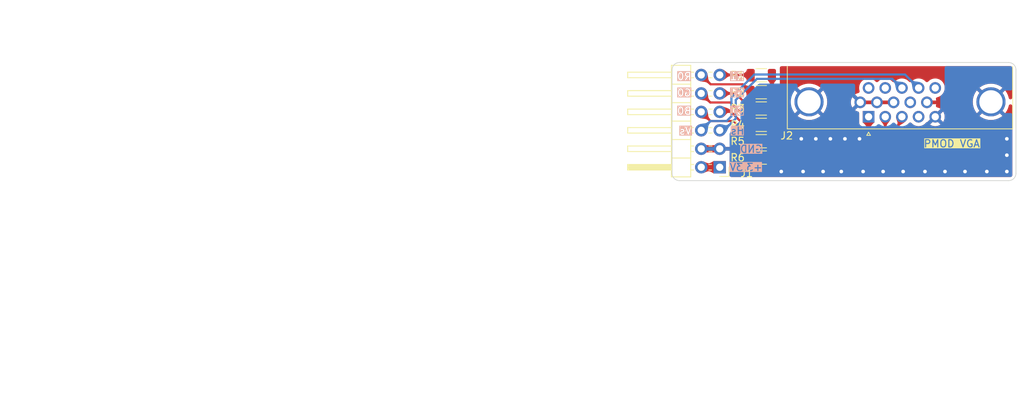
<source format=kicad_pcb>
(kicad_pcb (version 20221018) (generator pcbnew)
  (layers (0 "F.Cu" signal) (31 "B.Cu" signal) (34 "B.Paste" user) (35 "F.Paste" user) (36 "B.SilkS" user "B.Silkscreen") (37 "F.SilkS" user "F.Silkscreen") (38 "B.Mask" user) (39 "F.Mask" user) (44 "Edge.Cuts" user))
  (net 0 "")
  (net 1 "+3.3V")
  (net 2 "GND")
  (net 3 "Hsync")
  (net 4 "Vsync")
  (net 5 "BLUE_1")
  (net 6 "BLUE_0")
  (net 7 "GREEN_1")
  (net 8 "GREEN_0")
  (net 9 "RED_1")
  (net 10 "RED_0")
  (net 11 "Net-(J2-Pad1)")
  (net 12 "Net-(J2-Pad2)")
  (net 13 "Net-(J2-Pad3)")
  (footprint "Resistor_SMD:R_1206_3216Metric" (layer "F.Cu") (at 159.5 79.33)
    (fp_text reference "R5" (at -3.25 0) (layer "F.SilkS"))
    (fp_text value "400")
    (fp_line (start -0.727064 -0.91) (end 0.727064 -0.91) (stroke (width 0.12)) (layer "F.SilkS"))
    (fp_line (start -0.727064 0.91) (end 0.727064 0.91) (stroke (width 0.12)) (layer "F.SilkS"))
    (pad "1" smd roundrect (at -1.4625 0) (size 1.125 1.75) (layers "F.Cu" "F.Paste" "F.Mask") (roundrect_rratio 0.2222222222) (net 5 "BLUE_1"))
    (pad "2" smd roundrect (at 1.4625 0) (size 1.125 1.75) (layers "F.Cu" "F.Paste" "F.Mask") (roundrect_rratio 0.2222222222) (net 13 "Net-(J2-Pad3)"))
  )
  (footprint "Resistor_SMD:R_1206_3216Metric" (layer "F.Cu") (at 159.5 74.83)
    (fp_text reference "R3" (at -3.25 0) (layer "F.SilkS"))
    (fp_text value "400")
    (fp_line (start -0.727064 -0.91) (end 0.727064 -0.91) (stroke (width 0.12)) (layer "F.SilkS"))
    (fp_line (start -0.727064 0.91) (end 0.727064 0.91) (stroke (width 0.12)) (layer "F.SilkS"))
    (pad "1" smd roundrect (at -1.4625 0) (size 1.125 1.75) (layers "F.Cu" "F.Paste" "F.Mask") (roundrect_rratio 0.2222222222) (net 7 "GREEN_1"))
    (pad "2" smd roundrect (at 1.4625 0) (size 1.125 1.75) (layers "F.Cu" "F.Paste" "F.Mask") (roundrect_rratio 0.2222222222) (net 12 "Net-(J2-Pad2)"))
  )
  (footprint "Resistor_SMD:R_1206_3216Metric" (layer "F.Cu") (at 159.5 72.58)
    (fp_text reference "R2" (at -3.25 0) (layer "F.SilkS"))
    (fp_text value "400")
    (fp_line (start -0.727064 -0.91) (end 0.727064 -0.91) (stroke (width 0.12)) (layer "F.SilkS"))
    (fp_line (start -0.727064 0.91) (end 0.727064 0.91) (stroke (width 0.12)) (layer "F.SilkS"))
    (pad "1" smd roundrect (at -1.4625 0) (size 1.125 1.75) (layers "F.Cu" "F.Paste" "F.Mask") (roundrect_rratio 0.2222222222) (net 10 "RED_0"))
    (pad "2" smd roundrect (at 1.4625 0) (size 1.125 1.75) (layers "F.Cu" "F.Paste" "F.Mask") (roundrect_rratio 0.2222222222) (net 11 "Net-(J2-Pad1)"))
  )
  (footprint "Resistor_SMD:R_1206_3216Metric" (layer "F.Cu") (at 159.5 77.08)
    (fp_text reference "R4" (at -3.25 0) (layer "F.SilkS"))
    (fp_text value "400")
    (fp_line (start -0.727064 -0.91) (end 0.727064 -0.91) (stroke (width 0.12)) (layer "F.SilkS"))
    (fp_line (start -0.727064 0.91) (end 0.727064 0.91) (stroke (width 0.12)) (layer "F.SilkS"))
    (pad "1" smd roundrect (at -1.4625 0) (size 1.125 1.75) (layers "F.Cu" "F.Paste" "F.Mask") (roundrect_rratio 0.2222222222) (net 8 "GREEN_0"))
    (pad "2" smd roundrect (at 1.4625 0) (size 1.125 1.75) (layers "F.Cu" "F.Paste" "F.Mask") (roundrect_rratio 0.2222222222) (net 12 "Net-(J2-Pad2)"))
  )
  (footprint "Connector_Dsub:DSUB-15-HD_Female_Horizontal_P2.29x1.98mm_EdgePinOffset3.03mm_Housed_MountingHolesOffset4.94mm" (layer "F.Cu") (at 174.25 75.96 180)
    (fp_text reference "J2" (at 11.25 -2.61) (layer "F.SilkS"))
    (fp_text value "DE15_Receptacle_HighDensity_MountingHoles")
    (fp_line (start -19.8 -1.67) (end 11.17 -1.67) (stroke (width 0.12)) (layer "F.SilkS"))
    (fp_line (start -19.8 6.93) (end -19.8 -1.67) (stroke (width 0.12)) (layer "F.SilkS"))
    (fp_line (start -0.25 -2.564338) (end 0.25 -2.564338) (stroke (width 0.12)) (layer "F.SilkS"))
    (fp_line (start 0 -2.131325) (end -0.25 -2.564338) (stroke (width 0.12)) (layer "F.SilkS"))
    (fp_line (start 0.25 -2.564338) (end 0 -2.131325) (stroke (width 0.12)) (layer "F.SilkS"))
    (fp_line (start 11.17 -1.67) (end 11.17 6.93) (stroke (width 0.12)) (layer "F.SilkS"))
    (pad "0" thru_hole circle (at -16.815 2.05 180) (size 4 4) (drill 3.2) (layers "*.Cu" "*.Mask") (net 2 "GND"))
    (pad "0" thru_hole circle (at 8.185 2.05 180) (size 4 4) (drill 3.2) (layers "*.Cu" "*.Mask") (net 2 "GND"))
    (pad "1" thru_hole rect (at 0 0 180) (size 1.6 1.6) (drill 1) (layers "*.Cu" "*.Mask") (net 11 "Net-(J2-Pad1)"))
    (pad "2" thru_hole circle (at -2.29 0 180) (size 1.6 1.6) (drill 1) (layers "*.Cu" "*.Mask") (net 12 "Net-(J2-Pad2)"))
    (pad "3" thru_hole circle (at -4.58 0 180) (size 1.6 1.6) (drill 1) (layers "*.Cu" "*.Mask") (net 13 "Net-(J2-Pad3)"))
    (pad "4" thru_hole circle (at -6.87 0 180) (size 1.6 1.6) (drill 1) (layers "*.Cu" "*.Mask"))
    (pad "5" thru_hole circle (at -9.16 0 180) (size 1.6 1.6) (drill 1) (layers "*.Cu" "*.Mask") (net 2 "GND"))
    (pad "6" thru_hole circle (at 1.145 1.98 180) (size 1.6 1.6) (drill 1) (layers "*.Cu" "*.Mask") (net 2 "GND"))
    (pad "7" thru_hole circle (at -1.145 1.98 180) (size 1.6 1.6) (drill 1) (layers "*.Cu" "*.Mask") (net 2 "GND"))
    (pad "8" thru_hole circle (at -3.435 1.98 180) (size 1.6 1.6) (drill 1) (layers "*.Cu" "*.Mask") (net 2 "GND"))
    (pad "9" thru_hole circle (at -5.725 1.98 180) (size 1.6 1.6) (drill 1) (layers "*.Cu" "*.Mask"))
    (pad "10" thru_hole circle (at -8.015 1.98 180) (size 1.6 1.6) (drill 1) (layers "*.Cu" "*.Mask") (net 2 "GND"))
    (pad "11" thru_hole circle (at 0 3.96 180) (size 1.6 1.6) (drill 1) (layers "*.Cu" "*.Mask"))
    (pad "12" thru_hole circle (at -2.29 3.96 180) (size 1.6 1.6) (drill 1) (layers "*.Cu" "*.Mask"))
    (pad "13" thru_hole circle (at -4.58 3.96 180) (size 1.6 1.6) (drill 1) (layers "*.Cu" "*.Mask") (net 3 "Hsync"))
    (pad "14" thru_hole circle (at -6.87 3.96 180) (size 1.6 1.6) (drill 1) (layers "*.Cu" "*.Mask") (net 4 "Vsync"))
    (pad "15" thru_hole circle (at -9.16 3.96 180) (size 1.6 1.6) (drill 1) (layers "*.Cu" "*.Mask"))
  )
  (footprint "Resistor_SMD:R_1206_3216Metric" (layer "F.Cu") (at 159.5 70.25)
    (fp_text reference "R1" (at -3.25 0) (layer "F.SilkS"))
    (fp_text value "400")
    (fp_line (start -0.727064 -0.91) (end 0.727064 -0.91) (stroke (width 0.12)) (layer "F.SilkS"))
    (fp_line (start -0.727064 0.91) (end 0.727064 0.91) (stroke (width 0.12)) (layer "F.SilkS"))
    (pad "1" smd roundrect (at -1.4625 0) (size 1.125 1.75) (layers "F.Cu" "F.Paste" "F.Mask") (roundrect_rratio 0.2222222222) (net 9 "RED_1"))
    (pad "2" smd roundrect (at 1.4625 0) (size 1.125 1.75) (layers "F.Cu" "F.Paste" "F.Mask") (roundrect_rratio 0.2222222222) (net 11 "Net-(J2-Pad1)"))
  )
  (footprint "Connector_PinHeader_2.54mm:PinHeader_2x06_P2.54mm_Horizontal" (layer "F.Cu") (at 153.79 82.91 180)
    (fp_text reference "J1" (at -3.71 -0.84) (layer "F.SilkS"))
    (fp_text value "Conn_02x06_Odd_Even")
    (fp_line (start -1.27 -1.27) (end 0 -1.27) (stroke (width 0.12)) (layer "F.SilkS"))
    (fp_line (start -1.27 0) (end -1.27 -1.27) (stroke (width 0.12)) (layer "F.SilkS"))
    (fp_line (start 1.042929 2.16) (end 1.497071 2.16) (stroke (width 0.12)) (layer "F.SilkS"))
    (fp_line (start 1.042929 2.92) (end 1.497071 2.92) (stroke (width 0.12)) (layer "F.SilkS"))
    (fp_line (start 1.042929 4.7) (end 1.497071 4.7) (stroke (width 0.12)) (layer "F.SilkS"))
    (fp_line (start 1.042929 5.46) (end 1.497071 5.46) (stroke (width 0.12)) (layer "F.SilkS"))
    (fp_line (start 1.042929 7.24) (end 1.497071 7.24) (stroke (width 0.12)) (layer "F.SilkS"))
    (fp_line (start 1.042929 8) (end 1.497071 8) (stroke (width 0.12)) (layer "F.SilkS"))
    (fp_line (start 1.042929 9.78) (end 1.497071 9.78) (stroke (width 0.12)) (layer "F.SilkS"))
    (fp_line (start 1.042929 10.54) (end 1.497071 10.54) (stroke (width 0.12)) (layer "F.SilkS"))
    (fp_line (start 1.042929 12.32) (end 1.497071 12.32) (stroke (width 0.12)) (layer "F.SilkS"))
    (fp_line (start 1.042929 13.08) (end 1.497071 13.08) (stroke (width 0.12)) (layer "F.SilkS"))
    (fp_line (start 1.11 -0.38) (end 1.497071 -0.38) (stroke (width 0.12)) (layer "F.SilkS"))
    (fp_line (start 1.11 0.38) (end 1.497071 0.38) (stroke (width 0.12)) (layer "F.SilkS"))
    (fp_line (start 3.582929 -0.38) (end 3.98 -0.38) (stroke (width 0.12)) (layer "F.SilkS"))
    (fp_line (start 3.582929 0.38) (end 3.98 0.38) (stroke (width 0.12)) (layer "F.SilkS"))
    (fp_line (start 3.582929 2.16) (end 3.98 2.16) (stroke (width 0.12)) (layer "F.SilkS"))
    (fp_line (start 3.582929 2.92) (end 3.98 2.92) (stroke (width 0.12)) (layer "F.SilkS"))
    (fp_line (start 3.582929 4.7) (end 3.98 4.7) (stroke (width 0.12)) (layer "F.SilkS"))
    (fp_line (start 3.582929 5.46) (end 3.98 5.46) (stroke (width 0.12)) (layer "F.SilkS"))
    (fp_line (start 3.582929 7.24) (end 3.98 7.24) (stroke (width 0.12)) (layer "F.SilkS"))
    (fp_line (start 3.582929 8) (end 3.98 8) (stroke (width 0.12)) (layer "F.SilkS"))
    (fp_line (start 3.582929 9.78) (end 3.98 9.78) (stroke (width 0.12)) (layer "F.SilkS"))
    (fp_line (start 3.582929 10.54) (end 3.98 10.54) (stroke (width 0.12)) (layer "F.SilkS"))
    (fp_line (start 3.582929 12.32) (end 3.98 12.32) (stroke (width 0.12)) (layer "F.SilkS"))
    (fp_line (start 3.582929 13.08) (end 3.98 13.08) (stroke (width 0.12)) (layer "F.SilkS"))
    (fp_line (start 3.98 -1.33) (end 3.98 14.03) (stroke (width 0.12)) (layer "F.SilkS"))
    (fp_line (start 3.98 1.27) (end 6.64 1.27) (stroke (width 0.12)) (layer "F.SilkS"))
    (fp_line (start 3.98 3.81) (end 6.64 3.81) (stroke (width 0.12)) (layer "F.SilkS"))
    (fp_line (start 3.98 6.35) (end 6.64 6.35) (stroke (width 0.12)) (layer "F.SilkS"))
    (fp_line (start 3.98 8.89) (end 6.64 8.89) (stroke (width 0.12)) (layer "F.SilkS"))
    (fp_line (start 3.98 11.43) (end 6.64 11.43) (stroke (width 0.12)) (layer "F.SilkS"))
    (fp_line (start 3.98 14.03) (end 6.64 14.03) (stroke (width 0.12)) (layer "F.SilkS"))
    (fp_line (start 6.64 -1.33) (end 3.98 -1.33) (stroke (width 0.12)) (layer "F.SilkS"))
    (fp_line (start 6.64 -0.38) (end 12.64 -0.38) (stroke (width 0.12)) (layer "F.SilkS"))
    (fp_line (start 6.64 -0.32) (end 12.64 -0.32) (stroke (width 0.12)) (layer "F.SilkS"))
    (fp_line (start 6.64 -0.2) (end 12.64 -0.2) (stroke (width 0.12)) (layer "F.SilkS"))
    (fp_line (start 6.64 -0.08) (end 12.64 -0.08) (stroke (width 0.12)) (layer "F.SilkS"))
    (fp_line (start 6.64 0.04) (end 12.64 0.04) (stroke (width 0.12)) (layer "F.SilkS"))
    (fp_line (start 6.64 0.16) (end 12.64 0.16) (stroke (width 0.12)) (layer "F.SilkS"))
    (fp_line (start 6.64 0.28) (end 12.64 0.28) (stroke (width 0.12)) (layer "F.SilkS"))
    (fp_line (start 6.64 2.16) (end 12.64 2.16) (stroke (width 0.12)) (layer "F.SilkS"))
    (fp_line (start 6.64 4.7) (end 12.64 4.7) (stroke (width 0.12)) (layer "F.SilkS"))
    (fp_line (start 6.64 7.24) (end 12.64 7.24) (stroke (width 0.12)) (layer "F.SilkS"))
    (fp_line (start 6.64 9.78) (end 12.64 9.78) (stroke (width 0.12)) (layer "F.SilkS"))
    (fp_line (start 6.64 12.32) (end 12.64 12.32) (stroke (width 0.12)) (layer "F.SilkS"))
    (fp_line (start 6.64 14.03) (end 6.64 -1.33) (stroke (width 0.12)) (layer "F.SilkS"))
    (fp_line (start 12.64 -0.38) (end 12.64 0.38) (stroke (width 0.12)) (layer "F.SilkS"))
    (fp_line (start 12.64 0.38) (end 6.64 0.38) (stroke (width 0.12)) (layer "F.SilkS"))
    (fp_line (start 12.64 2.16) (end 12.64 2.92) (stroke (width 0.12)) (layer "F.SilkS"))
    (fp_line (start 12.64 2.92) (end 6.64 2.92) (stroke (width 0.12)) (layer "F.SilkS"))
    (fp_line (start 12.64 4.7) (end 12.64 5.46) (stroke (width 0.12)) (layer "F.SilkS"))
    (fp_line (start 12.64 5.46) (end 6.64 5.46) (stroke (width 0.12)) (layer "F.SilkS"))
    (fp_line (start 12.64 7.24) (end 12.64 8) (stroke (width 0.12)) (layer "F.SilkS"))
    (fp_line (start 12.64 8) (end 6.64 8) (stroke (width 0.12)) (layer "F.SilkS"))
    (fp_line (start 12.64 9.78) (end 12.64 10.54) (stroke (width 0.12)) (layer "F.SilkS"))
    (fp_line (start 12.64 10.54) (end 6.64 10.54) (stroke (width 0.12)) (layer "F.SilkS"))
    (fp_line (start 12.64 12.32) (end 12.64 13.08) (stroke (width 0.12)) (layer "F.SilkS"))
    (fp_line (start 12.64 13.08) (end 6.64 13.08) (stroke (width 0.12)) (layer "F.SilkS"))
    (pad "1" thru_hole rect (at 0 0 180) (size 1.7 1.7) (drill 1) (layers "*.Cu" "*.Mask") (net 1 "+3.3V"))
    (pad "2" thru_hole oval (at 2.54 0 180) (size 1.7 1.7) (drill 1) (layers "*.Cu" "*.Mask") (net 1 "+3.3V"))
    (pad "3" thru_hole oval (at 0 2.54 180) (size 1.7 1.7) (drill 1) (layers "*.Cu" "*.Mask") (net 2 "GND"))
    (pad "4" thru_hole oval (at 2.54 2.54 180) (size 1.7 1.7) (drill 1) (layers "*.Cu" "*.Mask") (net 2 "GND"))
    (pad "5" thru_hole oval (at 0 5.08 180) (size 1.7 1.7) (drill 1) (layers "*.Cu" "*.Mask") (net 3 "Hsync"))
    (pad "6" thru_hole oval (at 2.54 5.08 180) (size 1.7 1.7) (drill 1) (layers "*.Cu" "*.Mask") (net 4 "Vsync"))
    (pad "7" thru_hole oval (at 0 7.62 180) (size 1.7 1.7) (drill 1) (layers "*.Cu" "*.Mask") (net 5 "BLUE_1"))
    (pad "8" thru_hole oval (at 2.54 7.62 180) (size 1.7 1.7) (drill 1) (layers "*.Cu" "*.Mask") (net 6 "BLUE_0"))
    (pad "9" thru_hole oval (at 0 10.16 180) (size 1.7 1.7) (drill 1) (layers "*.Cu" "*.Mask") (net 7 "GREEN_1"))
    (pad "10" thru_hole oval (at 2.54 10.16 180) (size 1.7 1.7) (drill 1) (layers "*.Cu" "*.Mask") (net 8 "GREEN_0"))
    (pad "11" thru_hole oval (at 0 12.7 180) (size 1.7 1.7) (drill 1) (layers "*.Cu" "*.Mask") (net 9 "RED_1"))
    (pad "12" thru_hole oval (at 2.54 12.7 180) (size 1.7 1.7) (drill 1) (layers "*.Cu" "*.Mask") (net 10 "RED_0"))
  )
  (footprint "Resistor_SMD:R_1206_3216Metric" (layer "F.Cu") (at 159.5 81.58)
    (fp_text reference "R6" (at -3.25 0) (layer "F.SilkS"))
    (fp_text value "400")
    (fp_line (start -0.727064 -0.91) (end 0.727064 -0.91) (stroke (width 0.12)) (layer "F.SilkS"))
    (fp_line (start -0.727064 0.91) (end 0.727064 0.91) (stroke (width 0.12)) (layer "F.SilkS"))
    (pad "1" smd roundrect (at -1.4625 0) (size 1.125 1.75) (layers "F.Cu" "F.Paste" "F.Mask") (roundrect_rratio 0.2222222222) (net 6 "BLUE_0"))
    (pad "2" smd roundrect (at 1.4625 0) (size 1.125 1.75) (layers "F.Cu" "F.Paste" "F.Mask") (roundrect_rratio 0.2222222222) (net 13 "Net-(J2-Pad3)"))
  )
  (gr_arc (start 193.5 68.5) (mid 194.207107 68.792893) (end 194.5 69.5) (stroke (width 0.1)) (layer "Edge.Cuts"))
  (gr_arc (start 194.5 83.75) (mid 194.207107 84.457107) (end 193.5 84.75) (stroke (width 0.1)) (layer "Edge.Cuts"))
  (gr_arc (start 148.25 84.75) (mid 147.542893 84.457107) (end 147.25 83.75) (stroke (width 0.1)) (layer "Edge.Cuts"))
  (gr_line (start 194.5 69.5) (end 194.5 83.75) (stroke (width 0.1)) (layer "Edge.Cuts"))
  (gr_arc (start 147.25 69.5) (mid 147.542893 68.792893) (end 148.25 68.5) (stroke (width 0.1)) (layer "Edge.Cuts"))
  (gr_line (start 148.25 68.5) (end 193.5 68.5) (stroke (width 0.1)) (layer "Edge.Cuts"))
  (gr_line (start 147.25 83.75) (end 147.25 69.5) (stroke (width 0.1)) (layer "Edge.Cuts"))
  (gr_line (start 193.5 84.75) (end 148.25 84.75) (stroke (width 0.1)) (layer "Edge.Cuts"))
  (gr_text "R0" (at 150 71) (layer "B.SilkS" knockout) (effects (font (size 1 1)) (justify left bottom mirror)))
  (gr_text "B1" (at 157.25 75.75) (layer "B.SilkS" knockout) (effects (font (size 1 1)) (justify left bottom mirror)))
  (gr_text "B0" (at 150 75.75) (layer "B.SilkS" knockout) (effects (font (size 1 1)) (justify left bottom mirror)))
  (gr_text "G1" (at 157.25 73.25) (layer "B.SilkS" knockout) (effects (font (size 1 1)) (justify left bottom mirror)))
  (gr_text "G0" (at 150 73.25) (layer "B.SilkS" knockout) (effects (font (size 1 1)) (justify left bottom mirror)))
  (gr_text "GND" (at 159.75 81) (layer "B.SilkS" knockout) (effects (font (size 1 1)) (justify left bottom mirror)))
  (gr_text "Hs" (at 157.25 78.5) (layer "B.SilkS" knockout) (effects (font (size 1 1)) (justify left bottom mirror)))
  (gr_text "Vs" (at 150 78.5) (layer "B.SilkS" knockout) (effects (font (size 1 1)) (justify left bottom mirror)))
  (gr_text "+3.3V" (at 159.75 83.5) (layer "B.SilkS" knockout) (effects (font (size 1 1)) (justify left bottom mirror)))
  (gr_text "R1" (at 157.25 71) (layer "B.SilkS" knockout) (effects (font (size 1 1)) (justify left bottom mirror)))
  (gr_text "PMOD VGA" (at 181.75 80.25) (layer "F.SilkS" knockout) (effects (font (size 1 1)) (justify left bottom)))
  (segment (start 151.25 82.91) (end 153.79 82.91) (width 1) (layer "F.Cu") (net 1))
  (segment (start 177.685 73.98) (end 173.105 73.98) (width 0.5) (layer "F.Cu") (net 2))
  (segment (start 182.265 73.98) (end 184.5 73.98) (width 0.5) (layer "F.Cu") (net 2))
  (segment (start 151.25 80.37) (end 153.79 80.37) (width 1) (layer "F.Cu") (net 2))
  (via (at 162.25 83.5) (size 1) (drill 0.5) (layers "F.Cu" "B.Cu") (net 2))
  (via (at 193.25 81.25) (size 1) (drill 0.5) (layers "F.Cu" "B.Cu") (net 2))
  (via (at 176.25 83.5) (size 1) (drill 0.5) (layers "F.Cu" "B.Cu") (net 2))
  (via (at 173.5 83.5) (size 1) (drill 0.5) (layers "F.Cu" "B.Cu") (net 2))
  (via (at 182 83.5) (size 1) (drill 0.5) (layers "F.Cu" "B.Cu") (net 2))
  (via (at 169 79) (size 1) (drill 0.5) (layers "F.Cu" "B.Cu") (net 2))
  (via (at 190.5 83.5) (size 1) (drill 0.5) (layers "F.Cu" "B.Cu") (net 2))
  (via (at 170.5 83.5) (size 1) (drill 0.5) (layers "F.Cu" "B.Cu") (net 2))
  (via (at 171 79) (size 1) (drill 0.5) (layers "F.Cu" "B.Cu") (net 2))
  (via (at 167 79) (size 1) (drill 0.5) (layers "F.Cu" "B.Cu") (net 2))
  (via (at 193.25 79) (size 1) (drill 0.5) (layers "F.Cu" "B.Cu") (net 2))
  (via (at 165 79) (size 1) (drill 0.5) (layers "F.Cu" "B.Cu") (net 2))
  (via (at 187.5 83.5) (size 1) (drill 0.5) (layers "F.Cu" "B.Cu") (net 2))
  (via (at 193.25 83.5) (size 1) (drill 0.5) (layers "F.Cu" "B.Cu") (net 2))
  (via (at 168 83.5) (size 1) (drill 0.5) (layers "F.Cu" "B.Cu") (net 2))
  (via (at 184.75 83.5) (size 1) (drill 0.5) (layers "F.Cu" "B.Cu") (net 2))
  (via (at 179 83.5) (size 1) (drill 0.5) (layers "F.Cu" "B.Cu") (net 2))
  (via (at 173 79) (size 1) (drill 0.5) (layers "F.Cu" "B.Cu") (net 2))
  (via (at 165.25 83.5) (size 1) (drill 0.5) (layers "F.Cu" "B.Cu") (net 2))
  (segment (start 158.9 70.75) (end 156 73.65) (width 0.3) (layer "B.Cu") (net 3))
  (segment (start 156 76.2) (end 154.37 77.83) (width 0.3) (layer "B.Cu") (net 3))
  (segment (start 178.75 72) (end 177.5 70.75) (width 0.3) (layer "B.Cu") (net 3))
  (segment (start 177.5 70.75) (end 158.9 70.75) (width 0.3) (layer "B.Cu") (net 3))
  (segment (start 154.37 77.83) (end 153.79 77.83) (width 0.3) (layer "B.Cu") (net 3))
  (segment (start 156 73.65) (end 156 76.2) (width 0.3) (layer "B.Cu") (net 3))
  (segment (start 178.83 72) (end 178.75 72) (width 0.3) (layer "B.Cu") (net 3))
  (segment (start 181.1 72) (end 179.25 70.15) (width 0.3) (layer "B.Cu") (net 4))
  (segment (start 181.12 72) (end 181.1 72) (width 0.3) (layer "B.Cu") (net 4))
  (segment (start 179.25 70.15) (end 158.55 70.15) (width 0.3) (layer "B.Cu") (net 4))
  (segment (start 152.53 76.55) (end 151.25 77.83) (width 0.3) (layer "B.Cu") (net 4))
  (segment (start 158.55 70.15) (end 155.4 73.3) (width 0.3) (layer "B.Cu") (net 4))
  (segment (start 154.75 76.55) (end 152.53 76.55) (width 0.3) (layer "B.Cu") (net 4))
  (segment (start 155.4 75.9) (end 154.75 76.55) (width 0.3) (layer "B.Cu") (net 4))
  (segment (start 155.4 73.3) (end 155.4 75.9) (width 0.3) (layer "B.Cu") (net 4))
  (segment (start 157.58 79.33) (end 157 78.75) (width 0.3) (layer "F.Cu") (net 5))
  (segment (start 157 76.95) (end 155.34 75.29) (width 0.3) (layer "F.Cu") (net 5))
  (segment (start 158.0375 79.33) (end 157.58 79.33) (width 0.3) (layer "F.Cu") (net 5))
  (segment (start 155.34 75.29) (end 153.79 75.29) (width 0.3) (layer "F.Cu") (net 5))
  (segment (start 157 78.75) (end 157 76.95) (width 0.3) (layer "F.Cu") (net 5))
  (segment (start 156.4 77.25) (end 155.7 76.55) (width 0.3) (layer "F.Cu") (net 6))
  (segment (start 156.4 79.65) (end 156.4 77.25) (width 0.3) (layer "F.Cu") (net 6))
  (segment (start 158.0375 81.2875) (end 156.4 79.65) (width 0.3) (layer "F.Cu") (net 6))
  (segment (start 158.0375 81.58) (end 158.0375 81.2875) (width 0.3) (layer "F.Cu") (net 6))
  (segment (start 155.7 76.55) (end 152.51 76.55) (width 0.3) (layer "F.Cu") (net 6))
  (segment (start 152.51 76.55) (end 151.25 75.29) (width 0.3) (layer "F.Cu") (net 6))
  (segment (start 158.0375 74.83) (end 155.9575 72.75) (width 0.3) (layer "F.Cu") (net 7))
  (segment (start 155.9575 72.75) (end 153.79 72.75) (width 0.3) (layer "F.Cu") (net 7))
  (segment (start 152.5 74) (end 155.25 74) (width 0.3) (layer "F.Cu") (net 8))
  (segment (start 151.25 72.75) (end 152.5 74) (width 0.3) (layer "F.Cu") (net 8))
  (segment (start 158.0375 76.7875) (end 158.0375 77.08) (width 0.3) (layer "F.Cu") (net 8))
  (segment (start 155.25 74) (end 158.0375 76.7875) (width 0.3) (layer "F.Cu") (net 8))
  (segment (start 153.79 70.21) (end 157.9975 70.21) (width 0.3) (layer "F.Cu") (net 9))
  (segment (start 157.9975 70.21) (end 158.0375 70.25) (width 0.3) (layer "F.Cu") (net 9))
  (segment (start 152.54 71.5) (end 151.25 70.21) (width 0.3) (layer "F.Cu") (net 10))
  (segment (start 156.9575 71.5) (end 152.54 71.5) (width 0.3) (layer "F.Cu") (net 10))
  (segment (start 158.0375 72.58) (end 156.9575 71.5) (width 0.3) (layer "F.Cu") (net 10))
  (segment (start 160.9625 72.58) (end 162.58 72.58) (width 0.3) (layer "F.Cu") (net 11))
  (segment (start 163.25 73.25) (end 163.25 79.5) (width 0.3) (layer "F.Cu") (net 11))
  (segment (start 174.25 79.5) (end 174.25 75.96) (width 0.3) (layer "F.Cu") (net 11))
  (segment (start 163.25 79.5) (end 164.1 80.35) (width 0.3) (layer "F.Cu") (net 11))
  (segment (start 160.9625 70.25) (end 160.9625 72.58) (width 0.3) (layer "F.Cu") (net 11))
  (segment (start 164.1 80.35) (end 173.4 80.35) (width 0.3) (layer "F.Cu") (net 11))
  (segment (start 162.58 72.58) (end 163.25 73.25) (width 0.3) (layer "F.Cu") (net 11))
  (segment (start 173.4 80.35) (end 174.25 79.5) (width 0.3) (layer "F.Cu") (net 11))
  (segment (start 162.08 77.08) (end 160.9625 77.08) (width 0.3) (layer "F.Cu") (net 12))
  (segment (start 160.9625 74.83) (end 160.9625 77.08) (width 0.3) (layer "F.Cu") (net 12))
  (segment (start 176.54 75.96) (end 176.54 78.06) (width 0.3) (layer "F.Cu") (net 12))
  (segment (start 163.75 80.95) (end 162.5 79.7) (width 0.3) (layer "F.Cu") (net 12))
  (segment (start 162.5 79.7) (end 162.5 77.5) (width 0.3) (layer "F.Cu") (net 12))
  (segment (start 173.65 80.95) (end 163.75 80.95) (width 0.3) (layer "F.Cu") (net 12))
  (segment (start 162.5 77.5) (end 162.08 77.08) (width 0.3) (layer "F.Cu") (net 12))
  (segment (start 176.54 78.06) (end 173.65 80.95) (width 0.3) (layer "F.Cu") (net 12))
  (segment (start 173.87 81.58) (end 178.83 76.62) (width 0.3) (layer "F.Cu") (net 13))
  (segment (start 160.9625 81.58) (end 173.87 81.58) (width 0.3) (layer "F.Cu") (net 13))
  (segment (start 160.9625 79.33) (end 160.9625 81.58) (width 0.3) (layer "F.Cu") (net 13))
  (segment (start 178.83 76.62) (end 178.83 75.96) (width 0.3) (layer "F.Cu") (net 13))
  (zone (net 2) (net_name "GND") (layer "F.Cu") (connect_pads (clearance 0.5)) (min_thickness 0.5) (fill yes (thermal_gap 0.5) (thermal_bridge_width 0.5))
    (polygon (pts (xy 194 84.25) (xy 155.15 84.25) (xy 155.15 80.65) (xy 154.8 81.15) (xy 155.123881 84.25) (xy 147.75 84.25) (xy 147.75 69) (xy 162.036765 69) (xy 161.9 72.1) (xy 162.05 72.2) (xy 162.05 69) (xy 194 69)))
    (polygon (pts (xy 158.3 82.95) (xy 160.75 82.95) (xy 158.3 82.75)))
    (polygon (pts (xy 149.5 81.25) (xy 151.25 81.22) (xy 150.75 79.25)))
    (polygon (pts (xy 155 80.1) (xy 156.05 80.1) (xy 156.05 79.95)))
    (polygon (pts (xy 163.15 72.6) (xy 164.15 72.35) (xy 163.1 72.35)))
  )
  (zone (net 2) (net_name "GND") (layer "B.Cu") (connect_pads (clearance 0.5)) (min_thickness 0.5) (fill yes (thermal_gap 0.5) (thermal_bridge_width 0.5))
    (polygon (pts (xy 184.55 71.95) (xy 184.7 72) (xy 184.7 69) (xy 194 69) (xy 194 72.35) (xy 193 72.35) (xy 194 72.72037) (xy 194 75.29) (xy 193 75.45) (xy 194 75.45) (xy 194 84.25) (xy 155.15 84.25) (xy 155.15 80.65) (xy 154.8 80.65) (xy 155.093023 84.25) (xy 147.75 84.25) (xy 147.75 69) (xy 184.695082 69)))
    (polygon (pts (xy 149.75 79.75) (xy 149.75 80.75) (xy 150.75 81.5) (xy 151 79.25)))
    (polygon (pts (xy 154.25 79.15) (xy 155.15 80.1) (xy 155.15 77.65)))
    (polygon (pts (xy 183.95 73.05) (xy 184.1 74.9) (xy 184.1 72.95)))
    (polygon (pts (xy 172.4 72.9) (xy 172.85 72.85) (xy 172.4 71.1)))
    (polygon (pts (xy 164.5 71.95) (xy 164.75 72) (xy 164.5 71.2)))
    (polygon (pts (xy 167.6 71.95) (xy 167.6 71.25) (xy 167.15 71.25)))
  )
)
</source>
